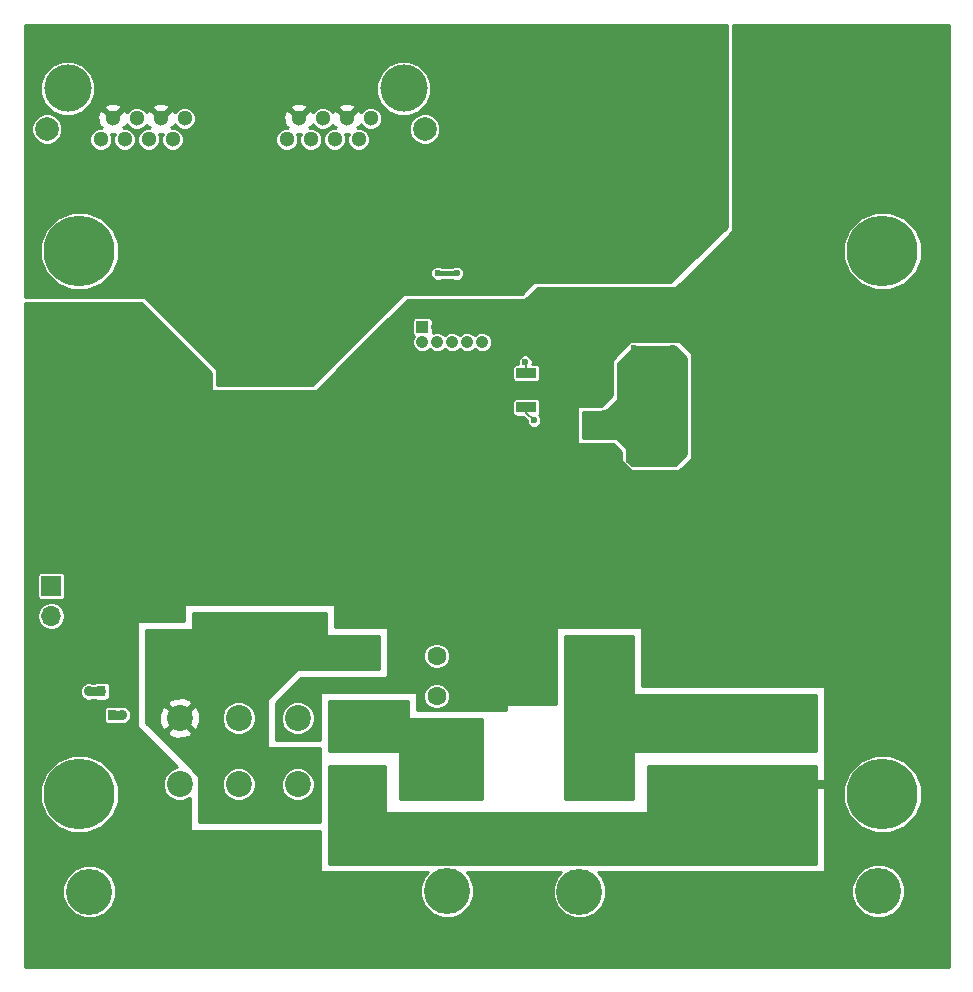
<source format=gtl>
G04 #@! TF.FileFunction,Copper,L1,Top,Signal*
%FSLAX46Y46*%
G04 Gerber Fmt 4.6, Leading zero omitted, Abs format (unit mm)*
G04 Created by KiCad (PCBNEW 4.0.7-e0-6372~58~ubuntu16.10.1) date Tue Oct  3 15:15:38 2017*
%MOMM*%
%LPD*%
G01*
G04 APERTURE LIST*
%ADD10C,0.150000*%
%ADD11R,1.050000X1.050000*%
%ADD12C,1.050000*%
%ADD13R,1.700000X0.900000*%
%ADD14C,6.000000*%
%ADD15C,1.300000*%
%ADD16C,4.000000*%
%ADD17C,2.000000*%
%ADD18C,1.600000*%
%ADD19R,1.700000X1.700000*%
%ADD20O,1.700000X1.700000*%
%ADD21C,2.200000*%
%ADD22C,3.900000*%
%ADD23R,0.800000X0.900000*%
%ADD24C,0.600000*%
%ADD25C,0.889000*%
%ADD26C,0.200000*%
%ADD27C,0.762000*%
%ADD28C,0.400000*%
%ADD29C,1.270000*%
%ADD30C,0.254000*%
G04 APERTURE END LIST*
D10*
D11*
X34050000Y-25950000D03*
D12*
X35320000Y-25950000D03*
X36590000Y-25950000D03*
X37860000Y-25950000D03*
X39130000Y-25950000D03*
X35320000Y-27220000D03*
X36590000Y-27220000D03*
X37860000Y-27220000D03*
X39130000Y-27220000D03*
X34050000Y-27220000D03*
D13*
X42850000Y-29850000D03*
X42850000Y-32750000D03*
D14*
X5000000Y-19500000D03*
X73000000Y-65500000D03*
X73000000Y-19500000D03*
X5000000Y-65500000D03*
D15*
X13925000Y-8290000D03*
X7835000Y-8290000D03*
X11895000Y-8290000D03*
X9865000Y-8290000D03*
X12905000Y-10070000D03*
X10875000Y-10070000D03*
X8845000Y-10070000D03*
X6815000Y-10070000D03*
D16*
X32475000Y-5750000D03*
D17*
X2250000Y-9180000D03*
D15*
X22565000Y-10070000D03*
X24595000Y-10070000D03*
X26625000Y-10070000D03*
X28655000Y-10070000D03*
X25615000Y-8290000D03*
X27645000Y-8290000D03*
X23585000Y-8290000D03*
X29675000Y-8290000D03*
D16*
X4025000Y-5750000D03*
D17*
X34250000Y-9180000D03*
D18*
X48735000Y-53800000D03*
X48735000Y-57200000D03*
X35265000Y-53800000D03*
X35265000Y-57200000D03*
X48735000Y-60800000D03*
X48735000Y-64200000D03*
X35265000Y-60800000D03*
X35265000Y-64200000D03*
D19*
X2625000Y-47875000D03*
D20*
X2625000Y-50415000D03*
D21*
X28500000Y-59050000D03*
X28500000Y-64650000D03*
X23500000Y-64650000D03*
X23500000Y-59050000D03*
X18500000Y-59050000D03*
X13500000Y-59050000D03*
X18500000Y-64650000D03*
D22*
X36150000Y-73700000D03*
D21*
X13500000Y-64650000D03*
D22*
X5850000Y-73750000D03*
D21*
X65000000Y-64650000D03*
X65000000Y-59050000D03*
X60000000Y-59050000D03*
X55000000Y-59050000D03*
X60000000Y-64650000D03*
D22*
X72650000Y-73700000D03*
D21*
X55000000Y-64650000D03*
D22*
X47350000Y-73750000D03*
D23*
X8750000Y-56800000D03*
X6850000Y-56800000D03*
X7800000Y-58800000D03*
D24*
X42750000Y-28900000D03*
D25*
X48500000Y-42750000D03*
X53200000Y-26075000D03*
X57500000Y-27800000D03*
X59500000Y-32300000D03*
X71000000Y-15900000D03*
X69600000Y-17300000D03*
X67200000Y-18900000D03*
X30100000Y-30000000D03*
X33250000Y-32000000D03*
X66500000Y-30000000D03*
X68750000Y-57250000D03*
X64000000Y-51900000D03*
X62000000Y-51900000D03*
X61700000Y-55400000D03*
X63700000Y-55300000D03*
X67900000Y-55600000D03*
X69700000Y-55000000D03*
X65600000Y-54500000D03*
X65600000Y-51900000D03*
X67500000Y-51800000D03*
X69600000Y-51700000D03*
X16700000Y-34200000D03*
X13800000Y-38700000D03*
X24200000Y-39200000D03*
X9100000Y-34800000D03*
X19700000Y-41200000D03*
X45250000Y-48700000D03*
X39200000Y-47600000D03*
X30600000Y-44700000D03*
X36300000Y-43600000D03*
X41200000Y-42800000D03*
X27700000Y-50600000D03*
X63750000Y-1250000D03*
X66250000Y-1250000D03*
X68500000Y-1500000D03*
X70250000Y-1000000D03*
X68750000Y-7750000D03*
X71250000Y-7000000D03*
X65750000Y-9750000D03*
X65750000Y-15250000D03*
X67000000Y-8000000D03*
X67250000Y-13750000D03*
X68750000Y-13750000D03*
X70250000Y-13750000D03*
X67250000Y-10750000D03*
X68750000Y-10750000D03*
X70250000Y-10750000D03*
X77600000Y-9200000D03*
D24*
X70200000Y-5400000D03*
X71400000Y-5400000D03*
X71400000Y-3200000D03*
X70200000Y-3200000D03*
D25*
X70800000Y-4200000D03*
D24*
X36400000Y-32730000D03*
X52750000Y-28750000D03*
D25*
X51000000Y-39250000D03*
X50300000Y-27650000D03*
X46125000Y-26850000D03*
X10775000Y-46125000D03*
X75500000Y-36750000D03*
X75500000Y-42000000D03*
X31950000Y-40850000D03*
X34350000Y-35200000D03*
D24*
X46000000Y-35750000D03*
X49250000Y-35250000D03*
X50500000Y-35250000D03*
X51500000Y-36250000D03*
X51500000Y-37250000D03*
X54750000Y-37500000D03*
X56250000Y-36500000D03*
X56250000Y-35000000D03*
X56250000Y-33250000D03*
X56250000Y-30750000D03*
X56250000Y-28750000D03*
X55250000Y-27750000D03*
X52000000Y-27750000D03*
X50750000Y-29250000D03*
X50750000Y-32250000D03*
X49500000Y-33250000D03*
D25*
X1275000Y-41525000D03*
X13225000Y-48375000D03*
X42050000Y-25850000D03*
X8650000Y-30950000D03*
X7375000Y-30950000D03*
X6350000Y-47050000D03*
X50500000Y-43475000D03*
X22100000Y-40000000D03*
X17350000Y-41900000D03*
X23500000Y-42050000D03*
X25725000Y-42125000D03*
X25350000Y-48000000D03*
X17850000Y-47950000D03*
X57000000Y-50500000D03*
X4225000Y-35975000D03*
X75750000Y-45750000D03*
X48650000Y-50150000D03*
X24750000Y-51000000D03*
X30000000Y-52750000D03*
X19750000Y-56250000D03*
X12050000Y-55700000D03*
X17500000Y-51100000D03*
D24*
X43500000Y-33850000D03*
D25*
X48250000Y-5250000D03*
X54750000Y-5250000D03*
X36750000Y-6000000D03*
X38250000Y-8250000D03*
X41750000Y-7664998D03*
X41750000Y-6250000D03*
X38250000Y-6000000D03*
X40000000Y-15000000D03*
X35500000Y-13750000D03*
X35500000Y-12250000D03*
X37500000Y-12000000D03*
X53250000Y-16500000D03*
X50250000Y-16000000D03*
X45500000Y-16500000D03*
X45500000Y-15000000D03*
X45500000Y-13500000D03*
X48750000Y-13500000D03*
X48750000Y-15000000D03*
X48750000Y-16500000D03*
D24*
X39750000Y-20000000D03*
D25*
X40250000Y-22000000D03*
X38750000Y-21500000D03*
X29750000Y-22750000D03*
X32750000Y-21750000D03*
X32250000Y-17000000D03*
X37250000Y-15250000D03*
X40100000Y-16900000D03*
D24*
X39750000Y-18000000D03*
D25*
X38500000Y-16800000D03*
D24*
X39000000Y-20000000D03*
X39000000Y-18000000D03*
D25*
X39350000Y-18975000D03*
X50250000Y-18000000D03*
X51800000Y-17150000D03*
X26750000Y-24275000D03*
X24250000Y-24925000D03*
X16300000Y-25150000D03*
X13400000Y-24000000D03*
X13400000Y-17400000D03*
X14600000Y-20700000D03*
X27850000Y-19050000D03*
X5800000Y-56800000D03*
D24*
X35350000Y-21400000D03*
X36950000Y-21400000D03*
D25*
X8600000Y-58800000D03*
D26*
X42850000Y-29850000D02*
X42850000Y-29000000D01*
X42850000Y-29000000D02*
X42750000Y-28900000D01*
D27*
X68800000Y-17300000D02*
X69600000Y-17300000D01*
X67200000Y-18900000D02*
X68800000Y-17300000D01*
X65000000Y-64650000D02*
X68650000Y-64650000D01*
X69000000Y-57500000D02*
X68750000Y-57250000D01*
X69000000Y-64300000D02*
X69000000Y-57500000D01*
X68650000Y-64650000D02*
X69000000Y-64300000D01*
X66250000Y-1250000D02*
X63750000Y-1250000D01*
X69750000Y-1500000D02*
X68500000Y-1500000D01*
X70250000Y-1000000D02*
X69750000Y-1500000D01*
X65750000Y-15250000D02*
X65750000Y-9750000D01*
X70250000Y-13750000D02*
X68750000Y-13750000D01*
X67250000Y-10750000D02*
X68750000Y-10750000D01*
X70400000Y-5400000D02*
X70200000Y-5400000D01*
X71200000Y-5600000D02*
X71400000Y-5400000D01*
X71200000Y-3200000D02*
X71400000Y-3200000D01*
D28*
X8500000Y-30950000D02*
X8650000Y-30950000D01*
X7375000Y-30950000D02*
X8500000Y-30950000D01*
X24900000Y-47550000D02*
X25350000Y-48000000D01*
X18250000Y-47550000D02*
X24900000Y-47550000D01*
X17850000Y-47950000D02*
X18250000Y-47550000D01*
D27*
X12050000Y-55700000D02*
X12000000Y-55750000D01*
D26*
X42850000Y-32750000D02*
X42850000Y-33200000D01*
X42850000Y-33200000D02*
X43500000Y-33850000D01*
D29*
X41750000Y-7664998D02*
X41750000Y-7750000D01*
D28*
X36500000Y-11000000D02*
X35500000Y-12250000D01*
X37500000Y-12000000D02*
X36500000Y-11000000D01*
D27*
X45500000Y-13500000D02*
X45500000Y-15000000D01*
X48750000Y-13500000D02*
X48750000Y-15000000D01*
X39750000Y-20000000D02*
X39750000Y-20500000D01*
X39750000Y-20500000D02*
X38750000Y-21500000D01*
X39750000Y-17250000D02*
X40100000Y-16900000D01*
X39750000Y-18000000D02*
X39750000Y-17250000D01*
X6850000Y-56800000D02*
X5800000Y-56800000D01*
D28*
X36950000Y-21400000D02*
X35350000Y-21400000D01*
D27*
X8600000Y-58800000D02*
X7800000Y-58800000D01*
D30*
G36*
X59873000Y-17446235D02*
X55048548Y-22123000D01*
X43500000Y-22123000D01*
X43450590Y-22133006D01*
X43410197Y-22160197D01*
X42447394Y-23123000D01*
X32500000Y-23123000D01*
X32450590Y-23133006D01*
X32410197Y-23160197D01*
X24697394Y-30873000D01*
X16627000Y-30873000D01*
X16627000Y-29500000D01*
X16616994Y-29450590D01*
X16589803Y-29410197D01*
X10589803Y-23410197D01*
X10547789Y-23382334D01*
X10500000Y-23373000D01*
X377000Y-23373000D01*
X377000Y-20158878D01*
X1672424Y-20158878D01*
X2177862Y-21382132D01*
X3112945Y-22318849D01*
X4335315Y-22826421D01*
X5658878Y-22827576D01*
X6882132Y-22322138D01*
X7681493Y-21524171D01*
X34722891Y-21524171D01*
X34818145Y-21754703D01*
X34994369Y-21931235D01*
X35224735Y-22026891D01*
X35474171Y-22027109D01*
X35704703Y-21931855D01*
X35709566Y-21927000D01*
X36590141Y-21927000D01*
X36594369Y-21931235D01*
X36824735Y-22026891D01*
X37074171Y-22027109D01*
X37304703Y-21931855D01*
X37481235Y-21755631D01*
X37576891Y-21525265D01*
X37577109Y-21275829D01*
X37481855Y-21045297D01*
X37305631Y-20868765D01*
X37075265Y-20773109D01*
X36825829Y-20772891D01*
X36595297Y-20868145D01*
X36590434Y-20873000D01*
X35709859Y-20873000D01*
X35705631Y-20868765D01*
X35475265Y-20773109D01*
X35225829Y-20772891D01*
X34995297Y-20868145D01*
X34818765Y-21044369D01*
X34723109Y-21274735D01*
X34722891Y-21524171D01*
X7681493Y-21524171D01*
X7818849Y-21387055D01*
X8326421Y-20164685D01*
X8327576Y-18841122D01*
X7822138Y-17617868D01*
X6887055Y-16681151D01*
X5664685Y-16173579D01*
X4341122Y-16172424D01*
X3117868Y-16677862D01*
X2181151Y-17612945D01*
X1673579Y-18835315D01*
X1672424Y-20158878D01*
X377000Y-20158878D01*
X377000Y-9442798D01*
X922771Y-9442798D01*
X1124369Y-9930703D01*
X1497334Y-10304319D01*
X1984885Y-10506769D01*
X2512798Y-10507229D01*
X3000703Y-10305631D01*
X3042922Y-10263485D01*
X5837830Y-10263485D01*
X5986256Y-10622703D01*
X6260851Y-10897778D01*
X6619810Y-11046830D01*
X7008485Y-11047170D01*
X7367703Y-10898744D01*
X7642778Y-10624149D01*
X7791830Y-10265190D01*
X7792170Y-9876515D01*
X7672364Y-9586564D01*
X7995629Y-9567853D01*
X7868170Y-9874810D01*
X7867830Y-10263485D01*
X8016256Y-10622703D01*
X8290851Y-10897778D01*
X8649810Y-11046830D01*
X9038485Y-11047170D01*
X9397703Y-10898744D01*
X9672778Y-10624149D01*
X9821830Y-10265190D01*
X9822170Y-9876515D01*
X9673744Y-9517297D01*
X9399149Y-9242222D01*
X9040190Y-9093170D01*
X8817583Y-9092975D01*
X8734018Y-9009410D01*
X8964611Y-8953729D01*
X9018338Y-8799337D01*
X9036256Y-8842703D01*
X9310851Y-9117778D01*
X9669810Y-9266830D01*
X10058485Y-9267170D01*
X10417703Y-9118744D01*
X10692778Y-8844149D01*
X10706405Y-8811330D01*
X10765389Y-8953729D01*
X10995982Y-9009410D01*
X10912360Y-9093032D01*
X10681515Y-9092830D01*
X10322297Y-9241256D01*
X10047222Y-9515851D01*
X9898170Y-9874810D01*
X9897830Y-10263485D01*
X10046256Y-10622703D01*
X10320851Y-10897778D01*
X10679810Y-11046830D01*
X11068485Y-11047170D01*
X11427703Y-10898744D01*
X11702778Y-10624149D01*
X11851830Y-10265190D01*
X11852170Y-9876515D01*
X11732364Y-9586564D01*
X12055629Y-9567853D01*
X11928170Y-9874810D01*
X11927830Y-10263485D01*
X12076256Y-10622703D01*
X12350851Y-10897778D01*
X12709810Y-11046830D01*
X13098485Y-11047170D01*
X13457703Y-10898744D01*
X13732778Y-10624149D01*
X13881830Y-10265190D01*
X13881831Y-10263485D01*
X21587830Y-10263485D01*
X21736256Y-10622703D01*
X22010851Y-10897778D01*
X22369810Y-11046830D01*
X22758485Y-11047170D01*
X23117703Y-10898744D01*
X23392778Y-10624149D01*
X23541830Y-10265190D01*
X23542170Y-9876515D01*
X23422364Y-9586564D01*
X23745629Y-9567853D01*
X23618170Y-9874810D01*
X23617830Y-10263485D01*
X23766256Y-10622703D01*
X24040851Y-10897778D01*
X24399810Y-11046830D01*
X24788485Y-11047170D01*
X25147703Y-10898744D01*
X25422778Y-10624149D01*
X25571830Y-10265190D01*
X25572170Y-9876515D01*
X25423744Y-9517297D01*
X25149149Y-9242222D01*
X24790190Y-9093170D01*
X24567583Y-9092975D01*
X24484018Y-9009410D01*
X24714611Y-8953729D01*
X24768338Y-8799337D01*
X24786256Y-8842703D01*
X25060851Y-9117778D01*
X25419810Y-9266830D01*
X25808485Y-9267170D01*
X26167703Y-9118744D01*
X26442778Y-8844149D01*
X26456405Y-8811330D01*
X26515389Y-8953729D01*
X26745982Y-9009410D01*
X26662360Y-9093032D01*
X26431515Y-9092830D01*
X26072297Y-9241256D01*
X25797222Y-9515851D01*
X25648170Y-9874810D01*
X25647830Y-10263485D01*
X25796256Y-10622703D01*
X26070851Y-10897778D01*
X26429810Y-11046830D01*
X26818485Y-11047170D01*
X27177703Y-10898744D01*
X27452778Y-10624149D01*
X27601830Y-10265190D01*
X27602170Y-9876515D01*
X27482364Y-9586564D01*
X27805629Y-9567853D01*
X27678170Y-9874810D01*
X27677830Y-10263485D01*
X27826256Y-10622703D01*
X28100851Y-10897778D01*
X28459810Y-11046830D01*
X28848485Y-11047170D01*
X29207703Y-10898744D01*
X29482778Y-10624149D01*
X29631830Y-10265190D01*
X29632170Y-9876515D01*
X29483744Y-9517297D01*
X29409375Y-9442798D01*
X32922771Y-9442798D01*
X33124369Y-9930703D01*
X33497334Y-10304319D01*
X33984885Y-10506769D01*
X34512798Y-10507229D01*
X35000703Y-10305631D01*
X35374319Y-9932666D01*
X35576769Y-9445115D01*
X35577229Y-8917202D01*
X35375631Y-8429297D01*
X35002666Y-8055681D01*
X34515115Y-7853231D01*
X33987202Y-7852771D01*
X33499297Y-8054369D01*
X33125681Y-8427334D01*
X32923231Y-8914885D01*
X32922771Y-9442798D01*
X29409375Y-9442798D01*
X29209149Y-9242222D01*
X28850190Y-9093170D01*
X28627583Y-9092975D01*
X28544018Y-9009410D01*
X28774611Y-8953729D01*
X28828338Y-8799337D01*
X28846256Y-8842703D01*
X29120851Y-9117778D01*
X29479810Y-9266830D01*
X29868485Y-9267170D01*
X30227703Y-9118744D01*
X30502778Y-8844149D01*
X30651830Y-8485190D01*
X30652170Y-8096515D01*
X30503744Y-7737297D01*
X30229149Y-7462222D01*
X29870190Y-7313170D01*
X29481515Y-7312830D01*
X29122297Y-7461256D01*
X28847222Y-7735851D01*
X28833595Y-7768670D01*
X28774611Y-7626271D01*
X28544016Y-7570590D01*
X27824605Y-8290000D01*
X27838748Y-8304142D01*
X27659142Y-8483748D01*
X27645000Y-8469605D01*
X27630858Y-8483748D01*
X27451252Y-8304142D01*
X27465395Y-8290000D01*
X26745984Y-7570590D01*
X26515389Y-7626271D01*
X26461662Y-7780663D01*
X26443744Y-7737297D01*
X26169149Y-7462222D01*
X25997588Y-7390984D01*
X26925590Y-7390984D01*
X27645000Y-8110395D01*
X28364410Y-7390984D01*
X28308729Y-7160389D01*
X27825922Y-6992378D01*
X27315572Y-7021917D01*
X26981271Y-7160389D01*
X26925590Y-7390984D01*
X25997588Y-7390984D01*
X25810190Y-7313170D01*
X25421515Y-7312830D01*
X25062297Y-7461256D01*
X24787222Y-7735851D01*
X24773595Y-7768670D01*
X24714611Y-7626271D01*
X24484016Y-7570590D01*
X23764605Y-8290000D01*
X23778748Y-8304142D01*
X23599142Y-8483748D01*
X23585000Y-8469605D01*
X23570858Y-8483748D01*
X23391252Y-8304142D01*
X23405395Y-8290000D01*
X22685984Y-7570590D01*
X22455389Y-7626271D01*
X22287378Y-8109078D01*
X22316917Y-8619428D01*
X22455389Y-8953729D01*
X22685982Y-9009410D01*
X22602360Y-9093032D01*
X22371515Y-9092830D01*
X22012297Y-9241256D01*
X21737222Y-9515851D01*
X21588170Y-9874810D01*
X21587830Y-10263485D01*
X13881831Y-10263485D01*
X13882170Y-9876515D01*
X13733744Y-9517297D01*
X13459149Y-9242222D01*
X13100190Y-9093170D01*
X12877583Y-9092975D01*
X12794018Y-9009410D01*
X13024611Y-8953729D01*
X13078338Y-8799337D01*
X13096256Y-8842703D01*
X13370851Y-9117778D01*
X13729810Y-9266830D01*
X14118485Y-9267170D01*
X14477703Y-9118744D01*
X14752778Y-8844149D01*
X14901830Y-8485190D01*
X14902170Y-8096515D01*
X14753744Y-7737297D01*
X14479149Y-7462222D01*
X14307588Y-7390984D01*
X22865590Y-7390984D01*
X23585000Y-8110395D01*
X24304410Y-7390984D01*
X24248729Y-7160389D01*
X23765922Y-6992378D01*
X23255572Y-7021917D01*
X22921271Y-7160389D01*
X22865590Y-7390984D01*
X14307588Y-7390984D01*
X14120190Y-7313170D01*
X13731515Y-7312830D01*
X13372297Y-7461256D01*
X13097222Y-7735851D01*
X13083595Y-7768670D01*
X13024611Y-7626271D01*
X12794016Y-7570590D01*
X12074605Y-8290000D01*
X12088748Y-8304142D01*
X11909142Y-8483748D01*
X11895000Y-8469605D01*
X11880858Y-8483748D01*
X11701252Y-8304142D01*
X11715395Y-8290000D01*
X10995984Y-7570590D01*
X10765389Y-7626271D01*
X10711662Y-7780663D01*
X10693744Y-7737297D01*
X10419149Y-7462222D01*
X10247588Y-7390984D01*
X11175590Y-7390984D01*
X11895000Y-8110395D01*
X12614410Y-7390984D01*
X12558729Y-7160389D01*
X12075922Y-6992378D01*
X11565572Y-7021917D01*
X11231271Y-7160389D01*
X11175590Y-7390984D01*
X10247588Y-7390984D01*
X10060190Y-7313170D01*
X9671515Y-7312830D01*
X9312297Y-7461256D01*
X9037222Y-7735851D01*
X9023595Y-7768670D01*
X8964611Y-7626271D01*
X8734016Y-7570590D01*
X8014605Y-8290000D01*
X8028748Y-8304142D01*
X7849142Y-8483748D01*
X7835000Y-8469605D01*
X7820858Y-8483748D01*
X7641252Y-8304142D01*
X7655395Y-8290000D01*
X6935984Y-7570590D01*
X6705389Y-7626271D01*
X6537378Y-8109078D01*
X6566917Y-8619428D01*
X6705389Y-8953729D01*
X6935982Y-9009410D01*
X6852360Y-9093032D01*
X6621515Y-9092830D01*
X6262297Y-9241256D01*
X5987222Y-9515851D01*
X5838170Y-9874810D01*
X5837830Y-10263485D01*
X3042922Y-10263485D01*
X3374319Y-9932666D01*
X3576769Y-9445115D01*
X3577229Y-8917202D01*
X3375631Y-8429297D01*
X3002666Y-8055681D01*
X2515115Y-7853231D01*
X1987202Y-7852771D01*
X1499297Y-8054369D01*
X1125681Y-8427334D01*
X923231Y-8914885D01*
X922771Y-9442798D01*
X377000Y-9442798D01*
X377000Y-6210838D01*
X1697597Y-6210838D01*
X2051115Y-7066418D01*
X2705139Y-7721585D01*
X3560100Y-8076596D01*
X4485838Y-8077403D01*
X5341418Y-7723885D01*
X5674900Y-7390984D01*
X7115590Y-7390984D01*
X7835000Y-8110395D01*
X8554410Y-7390984D01*
X8498729Y-7160389D01*
X8015922Y-6992378D01*
X7505572Y-7021917D01*
X7171271Y-7160389D01*
X7115590Y-7390984D01*
X5674900Y-7390984D01*
X5996585Y-7069861D01*
X6351596Y-6214900D01*
X6351599Y-6210838D01*
X30147597Y-6210838D01*
X30501115Y-7066418D01*
X31155139Y-7721585D01*
X32010100Y-8076596D01*
X32935838Y-8077403D01*
X33791418Y-7723885D01*
X34446585Y-7069861D01*
X34801596Y-6214900D01*
X34802403Y-5289162D01*
X34448885Y-4433582D01*
X33794861Y-3778415D01*
X32939900Y-3423404D01*
X32014162Y-3422597D01*
X31158582Y-3776115D01*
X30503415Y-4430139D01*
X30148404Y-5285100D01*
X30147597Y-6210838D01*
X6351599Y-6210838D01*
X6352403Y-5289162D01*
X5998885Y-4433582D01*
X5344861Y-3778415D01*
X4489900Y-3423404D01*
X3564162Y-3422597D01*
X2708582Y-3776115D01*
X2053415Y-4430139D01*
X1698404Y-5285100D01*
X1697597Y-6210838D01*
X377000Y-6210838D01*
X377000Y-377000D01*
X59873000Y-377000D01*
X59873000Y-17446235D01*
X59873000Y-17446235D01*
G37*
X59873000Y-17446235D02*
X55048548Y-22123000D01*
X43500000Y-22123000D01*
X43450590Y-22133006D01*
X43410197Y-22160197D01*
X42447394Y-23123000D01*
X32500000Y-23123000D01*
X32450590Y-23133006D01*
X32410197Y-23160197D01*
X24697394Y-30873000D01*
X16627000Y-30873000D01*
X16627000Y-29500000D01*
X16616994Y-29450590D01*
X16589803Y-29410197D01*
X10589803Y-23410197D01*
X10547789Y-23382334D01*
X10500000Y-23373000D01*
X377000Y-23373000D01*
X377000Y-20158878D01*
X1672424Y-20158878D01*
X2177862Y-21382132D01*
X3112945Y-22318849D01*
X4335315Y-22826421D01*
X5658878Y-22827576D01*
X6882132Y-22322138D01*
X7681493Y-21524171D01*
X34722891Y-21524171D01*
X34818145Y-21754703D01*
X34994369Y-21931235D01*
X35224735Y-22026891D01*
X35474171Y-22027109D01*
X35704703Y-21931855D01*
X35709566Y-21927000D01*
X36590141Y-21927000D01*
X36594369Y-21931235D01*
X36824735Y-22026891D01*
X37074171Y-22027109D01*
X37304703Y-21931855D01*
X37481235Y-21755631D01*
X37576891Y-21525265D01*
X37577109Y-21275829D01*
X37481855Y-21045297D01*
X37305631Y-20868765D01*
X37075265Y-20773109D01*
X36825829Y-20772891D01*
X36595297Y-20868145D01*
X36590434Y-20873000D01*
X35709859Y-20873000D01*
X35705631Y-20868765D01*
X35475265Y-20773109D01*
X35225829Y-20772891D01*
X34995297Y-20868145D01*
X34818765Y-21044369D01*
X34723109Y-21274735D01*
X34722891Y-21524171D01*
X7681493Y-21524171D01*
X7818849Y-21387055D01*
X8326421Y-20164685D01*
X8327576Y-18841122D01*
X7822138Y-17617868D01*
X6887055Y-16681151D01*
X5664685Y-16173579D01*
X4341122Y-16172424D01*
X3117868Y-16677862D01*
X2181151Y-17612945D01*
X1673579Y-18835315D01*
X1672424Y-20158878D01*
X377000Y-20158878D01*
X377000Y-9442798D01*
X922771Y-9442798D01*
X1124369Y-9930703D01*
X1497334Y-10304319D01*
X1984885Y-10506769D01*
X2512798Y-10507229D01*
X3000703Y-10305631D01*
X3042922Y-10263485D01*
X5837830Y-10263485D01*
X5986256Y-10622703D01*
X6260851Y-10897778D01*
X6619810Y-11046830D01*
X7008485Y-11047170D01*
X7367703Y-10898744D01*
X7642778Y-10624149D01*
X7791830Y-10265190D01*
X7792170Y-9876515D01*
X7672364Y-9586564D01*
X7995629Y-9567853D01*
X7868170Y-9874810D01*
X7867830Y-10263485D01*
X8016256Y-10622703D01*
X8290851Y-10897778D01*
X8649810Y-11046830D01*
X9038485Y-11047170D01*
X9397703Y-10898744D01*
X9672778Y-10624149D01*
X9821830Y-10265190D01*
X9822170Y-9876515D01*
X9673744Y-9517297D01*
X9399149Y-9242222D01*
X9040190Y-9093170D01*
X8817583Y-9092975D01*
X8734018Y-9009410D01*
X8964611Y-8953729D01*
X9018338Y-8799337D01*
X9036256Y-8842703D01*
X9310851Y-9117778D01*
X9669810Y-9266830D01*
X10058485Y-9267170D01*
X10417703Y-9118744D01*
X10692778Y-8844149D01*
X10706405Y-8811330D01*
X10765389Y-8953729D01*
X10995982Y-9009410D01*
X10912360Y-9093032D01*
X10681515Y-9092830D01*
X10322297Y-9241256D01*
X10047222Y-9515851D01*
X9898170Y-9874810D01*
X9897830Y-10263485D01*
X10046256Y-10622703D01*
X10320851Y-10897778D01*
X10679810Y-11046830D01*
X11068485Y-11047170D01*
X11427703Y-10898744D01*
X11702778Y-10624149D01*
X11851830Y-10265190D01*
X11852170Y-9876515D01*
X11732364Y-9586564D01*
X12055629Y-9567853D01*
X11928170Y-9874810D01*
X11927830Y-10263485D01*
X12076256Y-10622703D01*
X12350851Y-10897778D01*
X12709810Y-11046830D01*
X13098485Y-11047170D01*
X13457703Y-10898744D01*
X13732778Y-10624149D01*
X13881830Y-10265190D01*
X13881831Y-10263485D01*
X21587830Y-10263485D01*
X21736256Y-10622703D01*
X22010851Y-10897778D01*
X22369810Y-11046830D01*
X22758485Y-11047170D01*
X23117703Y-10898744D01*
X23392778Y-10624149D01*
X23541830Y-10265190D01*
X23542170Y-9876515D01*
X23422364Y-9586564D01*
X23745629Y-9567853D01*
X23618170Y-9874810D01*
X23617830Y-10263485D01*
X23766256Y-10622703D01*
X24040851Y-10897778D01*
X24399810Y-11046830D01*
X24788485Y-11047170D01*
X25147703Y-10898744D01*
X25422778Y-10624149D01*
X25571830Y-10265190D01*
X25572170Y-9876515D01*
X25423744Y-9517297D01*
X25149149Y-9242222D01*
X24790190Y-9093170D01*
X24567583Y-9092975D01*
X24484018Y-9009410D01*
X24714611Y-8953729D01*
X24768338Y-8799337D01*
X24786256Y-8842703D01*
X25060851Y-9117778D01*
X25419810Y-9266830D01*
X25808485Y-9267170D01*
X26167703Y-9118744D01*
X26442778Y-8844149D01*
X26456405Y-8811330D01*
X26515389Y-8953729D01*
X26745982Y-9009410D01*
X26662360Y-9093032D01*
X26431515Y-9092830D01*
X26072297Y-9241256D01*
X25797222Y-9515851D01*
X25648170Y-9874810D01*
X25647830Y-10263485D01*
X25796256Y-10622703D01*
X26070851Y-10897778D01*
X26429810Y-11046830D01*
X26818485Y-11047170D01*
X27177703Y-10898744D01*
X27452778Y-10624149D01*
X27601830Y-10265190D01*
X27602170Y-9876515D01*
X27482364Y-9586564D01*
X27805629Y-9567853D01*
X27678170Y-9874810D01*
X27677830Y-10263485D01*
X27826256Y-10622703D01*
X28100851Y-10897778D01*
X28459810Y-11046830D01*
X28848485Y-11047170D01*
X29207703Y-10898744D01*
X29482778Y-10624149D01*
X29631830Y-10265190D01*
X29632170Y-9876515D01*
X29483744Y-9517297D01*
X29409375Y-9442798D01*
X32922771Y-9442798D01*
X33124369Y-9930703D01*
X33497334Y-10304319D01*
X33984885Y-10506769D01*
X34512798Y-10507229D01*
X35000703Y-10305631D01*
X35374319Y-9932666D01*
X35576769Y-9445115D01*
X35577229Y-8917202D01*
X35375631Y-8429297D01*
X35002666Y-8055681D01*
X34515115Y-7853231D01*
X33987202Y-7852771D01*
X33499297Y-8054369D01*
X33125681Y-8427334D01*
X32923231Y-8914885D01*
X32922771Y-9442798D01*
X29409375Y-9442798D01*
X29209149Y-9242222D01*
X28850190Y-9093170D01*
X28627583Y-9092975D01*
X28544018Y-9009410D01*
X28774611Y-8953729D01*
X28828338Y-8799337D01*
X28846256Y-8842703D01*
X29120851Y-9117778D01*
X29479810Y-9266830D01*
X29868485Y-9267170D01*
X30227703Y-9118744D01*
X30502778Y-8844149D01*
X30651830Y-8485190D01*
X30652170Y-8096515D01*
X30503744Y-7737297D01*
X30229149Y-7462222D01*
X29870190Y-7313170D01*
X29481515Y-7312830D01*
X29122297Y-7461256D01*
X28847222Y-7735851D01*
X28833595Y-7768670D01*
X28774611Y-7626271D01*
X28544016Y-7570590D01*
X27824605Y-8290000D01*
X27838748Y-8304142D01*
X27659142Y-8483748D01*
X27645000Y-8469605D01*
X27630858Y-8483748D01*
X27451252Y-8304142D01*
X27465395Y-8290000D01*
X26745984Y-7570590D01*
X26515389Y-7626271D01*
X26461662Y-7780663D01*
X26443744Y-7737297D01*
X26169149Y-7462222D01*
X25997588Y-7390984D01*
X26925590Y-7390984D01*
X27645000Y-8110395D01*
X28364410Y-7390984D01*
X28308729Y-7160389D01*
X27825922Y-6992378D01*
X27315572Y-7021917D01*
X26981271Y-7160389D01*
X26925590Y-7390984D01*
X25997588Y-7390984D01*
X25810190Y-7313170D01*
X25421515Y-7312830D01*
X25062297Y-7461256D01*
X24787222Y-7735851D01*
X24773595Y-7768670D01*
X24714611Y-7626271D01*
X24484016Y-7570590D01*
X23764605Y-8290000D01*
X23778748Y-8304142D01*
X23599142Y-8483748D01*
X23585000Y-8469605D01*
X23570858Y-8483748D01*
X23391252Y-8304142D01*
X23405395Y-8290000D01*
X22685984Y-7570590D01*
X22455389Y-7626271D01*
X22287378Y-8109078D01*
X22316917Y-8619428D01*
X22455389Y-8953729D01*
X22685982Y-9009410D01*
X22602360Y-9093032D01*
X22371515Y-9092830D01*
X22012297Y-9241256D01*
X21737222Y-9515851D01*
X21588170Y-9874810D01*
X21587830Y-10263485D01*
X13881831Y-10263485D01*
X13882170Y-9876515D01*
X13733744Y-9517297D01*
X13459149Y-9242222D01*
X13100190Y-9093170D01*
X12877583Y-9092975D01*
X12794018Y-9009410D01*
X13024611Y-8953729D01*
X13078338Y-8799337D01*
X13096256Y-8842703D01*
X13370851Y-9117778D01*
X13729810Y-9266830D01*
X14118485Y-9267170D01*
X14477703Y-9118744D01*
X14752778Y-8844149D01*
X14901830Y-8485190D01*
X14902170Y-8096515D01*
X14753744Y-7737297D01*
X14479149Y-7462222D01*
X14307588Y-7390984D01*
X22865590Y-7390984D01*
X23585000Y-8110395D01*
X24304410Y-7390984D01*
X24248729Y-7160389D01*
X23765922Y-6992378D01*
X23255572Y-7021917D01*
X22921271Y-7160389D01*
X22865590Y-7390984D01*
X14307588Y-7390984D01*
X14120190Y-7313170D01*
X13731515Y-7312830D01*
X13372297Y-7461256D01*
X13097222Y-7735851D01*
X13083595Y-7768670D01*
X13024611Y-7626271D01*
X12794016Y-7570590D01*
X12074605Y-8290000D01*
X12088748Y-8304142D01*
X11909142Y-8483748D01*
X11895000Y-8469605D01*
X11880858Y-8483748D01*
X11701252Y-8304142D01*
X11715395Y-8290000D01*
X10995984Y-7570590D01*
X10765389Y-7626271D01*
X10711662Y-7780663D01*
X10693744Y-7737297D01*
X10419149Y-7462222D01*
X10247588Y-7390984D01*
X11175590Y-7390984D01*
X11895000Y-8110395D01*
X12614410Y-7390984D01*
X12558729Y-7160389D01*
X12075922Y-6992378D01*
X11565572Y-7021917D01*
X11231271Y-7160389D01*
X11175590Y-7390984D01*
X10247588Y-7390984D01*
X10060190Y-7313170D01*
X9671515Y-7312830D01*
X9312297Y-7461256D01*
X9037222Y-7735851D01*
X9023595Y-7768670D01*
X8964611Y-7626271D01*
X8734016Y-7570590D01*
X8014605Y-8290000D01*
X8028748Y-8304142D01*
X7849142Y-8483748D01*
X7835000Y-8469605D01*
X7820858Y-8483748D01*
X7641252Y-8304142D01*
X7655395Y-8290000D01*
X6935984Y-7570590D01*
X6705389Y-7626271D01*
X6537378Y-8109078D01*
X6566917Y-8619428D01*
X6705389Y-8953729D01*
X6935982Y-9009410D01*
X6852360Y-9093032D01*
X6621515Y-9092830D01*
X6262297Y-9241256D01*
X5987222Y-9515851D01*
X5838170Y-9874810D01*
X5837830Y-10263485D01*
X3042922Y-10263485D01*
X3374319Y-9932666D01*
X3576769Y-9445115D01*
X3577229Y-8917202D01*
X3375631Y-8429297D01*
X3002666Y-8055681D01*
X2515115Y-7853231D01*
X1987202Y-7852771D01*
X1499297Y-8054369D01*
X1125681Y-8427334D01*
X923231Y-8914885D01*
X922771Y-9442798D01*
X377000Y-9442798D01*
X377000Y-6210838D01*
X1697597Y-6210838D01*
X2051115Y-7066418D01*
X2705139Y-7721585D01*
X3560100Y-8076596D01*
X4485838Y-8077403D01*
X5341418Y-7723885D01*
X5674900Y-7390984D01*
X7115590Y-7390984D01*
X7835000Y-8110395D01*
X8554410Y-7390984D01*
X8498729Y-7160389D01*
X8015922Y-6992378D01*
X7505572Y-7021917D01*
X7171271Y-7160389D01*
X7115590Y-7390984D01*
X5674900Y-7390984D01*
X5996585Y-7069861D01*
X6351596Y-6214900D01*
X6351599Y-6210838D01*
X30147597Y-6210838D01*
X30501115Y-7066418D01*
X31155139Y-7721585D01*
X32010100Y-8076596D01*
X32935838Y-8077403D01*
X33791418Y-7723885D01*
X34446585Y-7069861D01*
X34801596Y-6214900D01*
X34802403Y-5289162D01*
X34448885Y-4433582D01*
X33794861Y-3778415D01*
X32939900Y-3423404D01*
X32014162Y-3422597D01*
X31158582Y-3776115D01*
X30503415Y-4430139D01*
X30148404Y-5285100D01*
X30147597Y-6210838D01*
X6351599Y-6210838D01*
X6352403Y-5289162D01*
X5998885Y-4433582D01*
X5344861Y-3778415D01*
X4489900Y-3423404D01*
X3564162Y-3422597D01*
X2708582Y-3776115D01*
X2053415Y-4430139D01*
X1698404Y-5285100D01*
X1697597Y-6210838D01*
X377000Y-6210838D01*
X377000Y-377000D01*
X59873000Y-377000D01*
X59873000Y-17446235D01*
G36*
X56373000Y-28552606D02*
X56373000Y-36697394D01*
X55447394Y-37623000D01*
X51802606Y-37623000D01*
X51377000Y-37197394D01*
X51377000Y-36250000D01*
X51366994Y-36200590D01*
X51339803Y-36160197D01*
X50589803Y-35410197D01*
X50547789Y-35382334D01*
X50500000Y-35373000D01*
X47627000Y-35373000D01*
X47627000Y-33127000D01*
X49500000Y-33127000D01*
X49549410Y-33116994D01*
X49589803Y-33089803D01*
X50589803Y-32089803D01*
X50617666Y-32047789D01*
X50627000Y-32000000D01*
X50627000Y-29052606D01*
X52052606Y-27627000D01*
X55447394Y-27627000D01*
X56373000Y-28552606D01*
X56373000Y-28552606D01*
G37*
X56373000Y-28552606D02*
X56373000Y-36697394D01*
X55447394Y-37623000D01*
X51802606Y-37623000D01*
X51377000Y-37197394D01*
X51377000Y-36250000D01*
X51366994Y-36200590D01*
X51339803Y-36160197D01*
X50589803Y-35410197D01*
X50547789Y-35382334D01*
X50500000Y-35373000D01*
X47627000Y-35373000D01*
X47627000Y-33127000D01*
X49500000Y-33127000D01*
X49549410Y-33116994D01*
X49589803Y-33089803D01*
X50589803Y-32089803D01*
X50617666Y-32047789D01*
X50627000Y-32000000D01*
X50627000Y-29052606D01*
X52052606Y-27627000D01*
X55447394Y-27627000D01*
X56373000Y-28552606D01*
G36*
X78623000Y-80123000D02*
X377000Y-80123000D01*
X377000Y-74200936D01*
X3572606Y-74200936D01*
X3918528Y-75038132D01*
X4558499Y-75679221D01*
X5395090Y-76026604D01*
X6300936Y-76027394D01*
X7138132Y-75681472D01*
X7779221Y-75041501D01*
X8126604Y-74204910D01*
X8127394Y-73299064D01*
X7781472Y-72461868D01*
X7141501Y-71820779D01*
X6304910Y-71473396D01*
X5399064Y-71472606D01*
X4561868Y-71818528D01*
X3920779Y-72458499D01*
X3573396Y-73295090D01*
X3572606Y-74200936D01*
X377000Y-74200936D01*
X377000Y-66158878D01*
X1672424Y-66158878D01*
X2177862Y-67382132D01*
X3112945Y-68318849D01*
X4335315Y-68826421D01*
X5658878Y-68827576D01*
X6882132Y-68322138D01*
X7818849Y-67387055D01*
X8326421Y-66164685D01*
X8327576Y-64841122D01*
X7822138Y-63617868D01*
X6887055Y-62681151D01*
X5664685Y-62173579D01*
X4341122Y-62172424D01*
X3117868Y-62677862D01*
X2181151Y-63612945D01*
X1673579Y-64835315D01*
X1672424Y-66158878D01*
X377000Y-66158878D01*
X377000Y-58350000D01*
X7066594Y-58350000D01*
X7066594Y-59250000D01*
X7089395Y-59371179D01*
X7161012Y-59482474D01*
X7270286Y-59557138D01*
X7400000Y-59583406D01*
X8200000Y-59583406D01*
X8321179Y-59560605D01*
X8359918Y-59535677D01*
X8445866Y-59571366D01*
X8752788Y-59571634D01*
X9036449Y-59454428D01*
X9253665Y-59237590D01*
X9371366Y-58954134D01*
X9371634Y-58647212D01*
X9254428Y-58363551D01*
X9037590Y-58146335D01*
X8754134Y-58028634D01*
X8447212Y-58028366D01*
X8360771Y-58064083D01*
X8329714Y-58042862D01*
X8200000Y-58016594D01*
X7400000Y-58016594D01*
X7278821Y-58039395D01*
X7167526Y-58111012D01*
X7092862Y-58220286D01*
X7066594Y-58350000D01*
X377000Y-58350000D01*
X377000Y-56952788D01*
X5028366Y-56952788D01*
X5145572Y-57236449D01*
X5362410Y-57453665D01*
X5645866Y-57571366D01*
X5952788Y-57571634D01*
X6106794Y-57508000D01*
X6248370Y-57508000D01*
X6320286Y-57557138D01*
X6450000Y-57583406D01*
X7250000Y-57583406D01*
X7371179Y-57560605D01*
X7482474Y-57488988D01*
X7557138Y-57379714D01*
X7583406Y-57250000D01*
X7583406Y-56350000D01*
X7560605Y-56228821D01*
X7488988Y-56117526D01*
X7379714Y-56042862D01*
X7250000Y-56016594D01*
X6450000Y-56016594D01*
X6328821Y-56039395D01*
X6247071Y-56092000D01*
X6106737Y-56092000D01*
X5954134Y-56028634D01*
X5647212Y-56028366D01*
X5363551Y-56145572D01*
X5146335Y-56362410D01*
X5028634Y-56645866D01*
X5028366Y-56952788D01*
X377000Y-56952788D01*
X377000Y-50415000D01*
X1424941Y-50415000D01*
X1514535Y-50865418D01*
X1769676Y-51247265D01*
X2151523Y-51502406D01*
X2601941Y-51592000D01*
X2648059Y-51592000D01*
X3098477Y-51502406D01*
X3480324Y-51247265D01*
X3645540Y-51000000D01*
X9873000Y-51000000D01*
X9873000Y-59750000D01*
X9883006Y-59799410D01*
X9910197Y-59839803D01*
X13293212Y-63222818D01*
X13217397Y-63222752D01*
X12692725Y-63439543D01*
X12290953Y-63840614D01*
X12073248Y-64364907D01*
X12072752Y-64932603D01*
X12289543Y-65457275D01*
X12690614Y-65859047D01*
X13214907Y-66076752D01*
X13782603Y-66077248D01*
X14307275Y-65860457D01*
X14373000Y-65794847D01*
X14373000Y-68500000D01*
X14383006Y-68549410D01*
X14411447Y-68591035D01*
X14453841Y-68618315D01*
X14500000Y-68627000D01*
X25373000Y-68627000D01*
X25373000Y-72000000D01*
X25383006Y-72049410D01*
X25411447Y-72091035D01*
X25453841Y-72118315D01*
X25500000Y-72127000D01*
X34502770Y-72127000D01*
X34220779Y-72408499D01*
X33873396Y-73245090D01*
X33872606Y-74150936D01*
X34218528Y-74988132D01*
X34858499Y-75629221D01*
X35695090Y-75976604D01*
X36600936Y-75977394D01*
X37438132Y-75631472D01*
X38079221Y-74991501D01*
X38426604Y-74154910D01*
X38427394Y-73249064D01*
X38081472Y-72411868D01*
X37797101Y-72127000D01*
X45752857Y-72127000D01*
X45420779Y-72458499D01*
X45073396Y-73295090D01*
X45072606Y-74200936D01*
X45418528Y-75038132D01*
X46058499Y-75679221D01*
X46895090Y-76026604D01*
X47800936Y-76027394D01*
X48638132Y-75681472D01*
X49279221Y-75041501D01*
X49626604Y-74204910D01*
X49626651Y-74150936D01*
X70372606Y-74150936D01*
X70718528Y-74988132D01*
X71358499Y-75629221D01*
X72195090Y-75976604D01*
X73100936Y-75977394D01*
X73938132Y-75631472D01*
X74579221Y-74991501D01*
X74926604Y-74154910D01*
X74927394Y-73249064D01*
X74581472Y-72411868D01*
X73941501Y-71770779D01*
X73104910Y-71423396D01*
X72199064Y-71422606D01*
X71361868Y-71768528D01*
X70720779Y-72408499D01*
X70373396Y-73245090D01*
X70372606Y-74150936D01*
X49626651Y-74150936D01*
X49627394Y-73299064D01*
X49281472Y-72461868D01*
X48947188Y-72127000D01*
X68000000Y-72127000D01*
X68049410Y-72116994D01*
X68091035Y-72088553D01*
X68118315Y-72046159D01*
X68127000Y-72000000D01*
X68127000Y-66158878D01*
X69672424Y-66158878D01*
X70177862Y-67382132D01*
X71112945Y-68318849D01*
X72335315Y-68826421D01*
X73658878Y-68827576D01*
X74882132Y-68322138D01*
X75818849Y-67387055D01*
X76326421Y-66164685D01*
X76327576Y-64841122D01*
X75822138Y-63617868D01*
X74887055Y-62681151D01*
X73664685Y-62173579D01*
X72341122Y-62172424D01*
X71117868Y-62677862D01*
X70181151Y-63612945D01*
X69673579Y-64835315D01*
X69672424Y-66158878D01*
X68127000Y-66158878D01*
X68127000Y-56500000D01*
X68116994Y-56450590D01*
X68088553Y-56408965D01*
X68046159Y-56381685D01*
X68000000Y-56373000D01*
X52627000Y-56373000D01*
X52627000Y-51500000D01*
X52616994Y-51450590D01*
X52588553Y-51408965D01*
X52546159Y-51381685D01*
X52500000Y-51373000D01*
X45500000Y-51373000D01*
X45450590Y-51383006D01*
X45408965Y-51411447D01*
X45381685Y-51453841D01*
X45373000Y-51500000D01*
X45373000Y-57873000D01*
X41250000Y-57873000D01*
X41200590Y-57883006D01*
X41158965Y-57911447D01*
X41131685Y-57953841D01*
X41123000Y-58000000D01*
X41123000Y-58373000D01*
X33627000Y-58373000D01*
X33627000Y-57423191D01*
X34137805Y-57423191D01*
X34309019Y-57837560D01*
X34625772Y-58154867D01*
X35039842Y-58326804D01*
X35488191Y-58327195D01*
X35902560Y-58155981D01*
X36219867Y-57839228D01*
X36391804Y-57425158D01*
X36392195Y-56976809D01*
X36220981Y-56562440D01*
X35904228Y-56245133D01*
X35490158Y-56073196D01*
X35041809Y-56072805D01*
X34627440Y-56244019D01*
X34310133Y-56560772D01*
X34138196Y-56974842D01*
X34137805Y-57423191D01*
X33627000Y-57423191D01*
X33627000Y-57000000D01*
X33616994Y-56950590D01*
X33588553Y-56908965D01*
X33546159Y-56881685D01*
X33500000Y-56873000D01*
X25500000Y-56873000D01*
X25450590Y-56883006D01*
X25408965Y-56911447D01*
X25381685Y-56953841D01*
X25373000Y-57000000D01*
X25373000Y-60873000D01*
X21627000Y-60873000D01*
X21627000Y-59332603D01*
X22072752Y-59332603D01*
X22289543Y-59857275D01*
X22690614Y-60259047D01*
X23214907Y-60476752D01*
X23782603Y-60477248D01*
X24307275Y-60260457D01*
X24709047Y-59859386D01*
X24926752Y-59335093D01*
X24927248Y-58767397D01*
X24710457Y-58242725D01*
X24309386Y-57840953D01*
X23785093Y-57623248D01*
X23217397Y-57622752D01*
X22692725Y-57839543D01*
X22290953Y-58240614D01*
X22073248Y-58764907D01*
X22072752Y-59332603D01*
X21627000Y-59332603D01*
X21627000Y-57802606D01*
X23802606Y-55627000D01*
X31000000Y-55627000D01*
X31049410Y-55616994D01*
X31091035Y-55588553D01*
X31118315Y-55546159D01*
X31127000Y-55500000D01*
X31127000Y-54023191D01*
X34137805Y-54023191D01*
X34309019Y-54437560D01*
X34625772Y-54754867D01*
X35039842Y-54926804D01*
X35488191Y-54927195D01*
X35902560Y-54755981D01*
X36219867Y-54439228D01*
X36391804Y-54025158D01*
X36392195Y-53576809D01*
X36220981Y-53162440D01*
X35904228Y-52845133D01*
X35490158Y-52673196D01*
X35041809Y-52672805D01*
X34627440Y-52844019D01*
X34310133Y-53160772D01*
X34138196Y-53574842D01*
X34137805Y-54023191D01*
X31127000Y-54023191D01*
X31127000Y-51500000D01*
X31116994Y-51450590D01*
X31088553Y-51408965D01*
X31046159Y-51381685D01*
X31000000Y-51373000D01*
X26627000Y-51373000D01*
X26627000Y-49500000D01*
X26616994Y-49450590D01*
X26588553Y-49408965D01*
X26546159Y-49381685D01*
X26500000Y-49373000D01*
X14000000Y-49373000D01*
X13950590Y-49383006D01*
X13908965Y-49411447D01*
X13881685Y-49453841D01*
X13873000Y-49500000D01*
X13873000Y-50873000D01*
X10000000Y-50873000D01*
X9950590Y-50883006D01*
X9908965Y-50911447D01*
X9881685Y-50953841D01*
X9873000Y-51000000D01*
X3645540Y-51000000D01*
X3735465Y-50865418D01*
X3825059Y-50415000D01*
X3735465Y-49964582D01*
X3480324Y-49582735D01*
X3098477Y-49327594D01*
X2648059Y-49238000D01*
X2601941Y-49238000D01*
X2151523Y-49327594D01*
X1769676Y-49582735D01*
X1514535Y-49964582D01*
X1424941Y-50415000D01*
X377000Y-50415000D01*
X377000Y-47025000D01*
X1441594Y-47025000D01*
X1441594Y-48725000D01*
X1464395Y-48846179D01*
X1536012Y-48957474D01*
X1645286Y-49032138D01*
X1775000Y-49058406D01*
X3475000Y-49058406D01*
X3596179Y-49035605D01*
X3707474Y-48963988D01*
X3782138Y-48854714D01*
X3808406Y-48725000D01*
X3808406Y-47025000D01*
X3785605Y-46903821D01*
X3713988Y-46792526D01*
X3604714Y-46717862D01*
X3475000Y-46691594D01*
X1775000Y-46691594D01*
X1653821Y-46714395D01*
X1542526Y-46786012D01*
X1467862Y-46895286D01*
X1441594Y-47025000D01*
X377000Y-47025000D01*
X377000Y-32300000D01*
X41666594Y-32300000D01*
X41666594Y-33200000D01*
X41689395Y-33321179D01*
X41761012Y-33432474D01*
X41870286Y-33507138D01*
X42000000Y-33533406D01*
X42579536Y-33533406D01*
X42873020Y-33826889D01*
X42872891Y-33974171D01*
X42968145Y-34204703D01*
X43144369Y-34381235D01*
X43374735Y-34476891D01*
X43624171Y-34477109D01*
X43854703Y-34381855D01*
X44031235Y-34205631D01*
X44126891Y-33975265D01*
X44127109Y-33725829D01*
X44031855Y-33495297D01*
X43950016Y-33413315D01*
X44007138Y-33329714D01*
X44033406Y-33200000D01*
X44033406Y-32750000D01*
X47123000Y-32750000D01*
X47123000Y-35750000D01*
X47133006Y-35799410D01*
X47161447Y-35841035D01*
X47203841Y-35868315D01*
X47250000Y-35877000D01*
X50197394Y-35877000D01*
X50873000Y-36552606D01*
X50873000Y-37250000D01*
X50883006Y-37299410D01*
X50910197Y-37339803D01*
X51660197Y-38089803D01*
X51702211Y-38117666D01*
X51750000Y-38127000D01*
X55750000Y-38127000D01*
X55799410Y-38116994D01*
X55839803Y-38089803D01*
X56839803Y-37089803D01*
X56867666Y-37047789D01*
X56877000Y-37000000D01*
X56877000Y-28250000D01*
X56866994Y-28200590D01*
X56839803Y-28160197D01*
X55839803Y-27160197D01*
X55797789Y-27132334D01*
X55750000Y-27123000D01*
X51750000Y-27123000D01*
X51700590Y-27133006D01*
X51660197Y-27160197D01*
X50160197Y-28660197D01*
X50132334Y-28702211D01*
X50123000Y-28750000D01*
X50123000Y-31697394D01*
X49197394Y-32623000D01*
X47250000Y-32623000D01*
X47200590Y-32633006D01*
X47158965Y-32661447D01*
X47131685Y-32703841D01*
X47123000Y-32750000D01*
X44033406Y-32750000D01*
X44033406Y-32300000D01*
X44010605Y-32178821D01*
X43938988Y-32067526D01*
X43829714Y-31992862D01*
X43700000Y-31966594D01*
X42000000Y-31966594D01*
X41878821Y-31989395D01*
X41767526Y-32061012D01*
X41692862Y-32170286D01*
X41666594Y-32300000D01*
X377000Y-32300000D01*
X377000Y-23877000D01*
X10197394Y-23877000D01*
X16123000Y-29802606D01*
X16123000Y-31250000D01*
X16133006Y-31299410D01*
X16161447Y-31341035D01*
X16203841Y-31368315D01*
X16250000Y-31377000D01*
X25000000Y-31377000D01*
X25049410Y-31366994D01*
X25089803Y-31339803D01*
X27029606Y-29400000D01*
X41666594Y-29400000D01*
X41666594Y-30300000D01*
X41689395Y-30421179D01*
X41761012Y-30532474D01*
X41870286Y-30607138D01*
X42000000Y-30633406D01*
X43700000Y-30633406D01*
X43821179Y-30610605D01*
X43932474Y-30538988D01*
X44007138Y-30429714D01*
X44033406Y-30300000D01*
X44033406Y-29400000D01*
X44010605Y-29278821D01*
X43938988Y-29167526D01*
X43829714Y-29092862D01*
X43700000Y-29066594D01*
X43359730Y-29066594D01*
X43376891Y-29025265D01*
X43377109Y-28775829D01*
X43281855Y-28545297D01*
X43105631Y-28368765D01*
X42875265Y-28273109D01*
X42625829Y-28272891D01*
X42395297Y-28368145D01*
X42218765Y-28544369D01*
X42123109Y-28774735D01*
X42122891Y-29024171D01*
X42140420Y-29066594D01*
X42000000Y-29066594D01*
X41878821Y-29089395D01*
X41767526Y-29161012D01*
X41692862Y-29270286D01*
X41666594Y-29400000D01*
X27029606Y-29400000D01*
X31004606Y-25425000D01*
X33191594Y-25425000D01*
X33191594Y-26475000D01*
X33214395Y-26596179D01*
X33286012Y-26707474D01*
X33328426Y-26736454D01*
X33328130Y-26736750D01*
X33198148Y-27049783D01*
X33197852Y-27388730D01*
X33327288Y-27701989D01*
X33566750Y-27941870D01*
X33879783Y-28071852D01*
X34218730Y-28072148D01*
X34531989Y-27942712D01*
X34685057Y-27789911D01*
X34836750Y-27941870D01*
X35149783Y-28071852D01*
X35488730Y-28072148D01*
X35801989Y-27942712D01*
X35955057Y-27789911D01*
X36106750Y-27941870D01*
X36419783Y-28071852D01*
X36758730Y-28072148D01*
X37071989Y-27942712D01*
X37225057Y-27789911D01*
X37376750Y-27941870D01*
X37689783Y-28071852D01*
X38028730Y-28072148D01*
X38341989Y-27942712D01*
X38495057Y-27789911D01*
X38646750Y-27941870D01*
X38959783Y-28071852D01*
X39298730Y-28072148D01*
X39611989Y-27942712D01*
X39851870Y-27703250D01*
X39981852Y-27390217D01*
X39982148Y-27051270D01*
X39852712Y-26738011D01*
X39613250Y-26498130D01*
X39300217Y-26368148D01*
X38961270Y-26367852D01*
X38648011Y-26497288D01*
X38494943Y-26650089D01*
X38343250Y-26498130D01*
X38030217Y-26368148D01*
X37691270Y-26367852D01*
X37378011Y-26497288D01*
X37224943Y-26650089D01*
X37073250Y-26498130D01*
X36760217Y-26368148D01*
X36421270Y-26367852D01*
X36108011Y-26497288D01*
X35954943Y-26650089D01*
X35803250Y-26498130D01*
X35490217Y-26368148D01*
X35151270Y-26367852D01*
X34908406Y-26468201D01*
X34908406Y-25425000D01*
X34885605Y-25303821D01*
X34813988Y-25192526D01*
X34704714Y-25117862D01*
X34575000Y-25091594D01*
X33525000Y-25091594D01*
X33403821Y-25114395D01*
X33292526Y-25186012D01*
X33217862Y-25295286D01*
X33191594Y-25425000D01*
X31004606Y-25425000D01*
X32802606Y-23627000D01*
X42750000Y-23627000D01*
X42799410Y-23616994D01*
X42839803Y-23589803D01*
X43802606Y-22627000D01*
X55500000Y-22627000D01*
X55549410Y-22616994D01*
X55589803Y-22589803D01*
X58020728Y-20158878D01*
X69672424Y-20158878D01*
X70177862Y-21382132D01*
X71112945Y-22318849D01*
X72335315Y-22826421D01*
X73658878Y-22827576D01*
X74882132Y-22322138D01*
X75818849Y-21387055D01*
X76326421Y-20164685D01*
X76327576Y-18841122D01*
X75822138Y-17617868D01*
X74887055Y-16681151D01*
X73664685Y-16173579D01*
X72341122Y-16172424D01*
X71117868Y-16677862D01*
X70181151Y-17612945D01*
X69673579Y-18835315D01*
X69672424Y-20158878D01*
X58020728Y-20158878D01*
X60339803Y-17839803D01*
X60367666Y-17797789D01*
X60377000Y-17750000D01*
X60377000Y-377000D01*
X78623000Y-377000D01*
X78623000Y-80123000D01*
X78623000Y-80123000D01*
G37*
X78623000Y-80123000D02*
X377000Y-80123000D01*
X377000Y-74200936D01*
X3572606Y-74200936D01*
X3918528Y-75038132D01*
X4558499Y-75679221D01*
X5395090Y-76026604D01*
X6300936Y-76027394D01*
X7138132Y-75681472D01*
X7779221Y-75041501D01*
X8126604Y-74204910D01*
X8127394Y-73299064D01*
X7781472Y-72461868D01*
X7141501Y-71820779D01*
X6304910Y-71473396D01*
X5399064Y-71472606D01*
X4561868Y-71818528D01*
X3920779Y-72458499D01*
X3573396Y-73295090D01*
X3572606Y-74200936D01*
X377000Y-74200936D01*
X377000Y-66158878D01*
X1672424Y-66158878D01*
X2177862Y-67382132D01*
X3112945Y-68318849D01*
X4335315Y-68826421D01*
X5658878Y-68827576D01*
X6882132Y-68322138D01*
X7818849Y-67387055D01*
X8326421Y-66164685D01*
X8327576Y-64841122D01*
X7822138Y-63617868D01*
X6887055Y-62681151D01*
X5664685Y-62173579D01*
X4341122Y-62172424D01*
X3117868Y-62677862D01*
X2181151Y-63612945D01*
X1673579Y-64835315D01*
X1672424Y-66158878D01*
X377000Y-66158878D01*
X377000Y-58350000D01*
X7066594Y-58350000D01*
X7066594Y-59250000D01*
X7089395Y-59371179D01*
X7161012Y-59482474D01*
X7270286Y-59557138D01*
X7400000Y-59583406D01*
X8200000Y-59583406D01*
X8321179Y-59560605D01*
X8359918Y-59535677D01*
X8445866Y-59571366D01*
X8752788Y-59571634D01*
X9036449Y-59454428D01*
X9253665Y-59237590D01*
X9371366Y-58954134D01*
X9371634Y-58647212D01*
X9254428Y-58363551D01*
X9037590Y-58146335D01*
X8754134Y-58028634D01*
X8447212Y-58028366D01*
X8360771Y-58064083D01*
X8329714Y-58042862D01*
X8200000Y-58016594D01*
X7400000Y-58016594D01*
X7278821Y-58039395D01*
X7167526Y-58111012D01*
X7092862Y-58220286D01*
X7066594Y-58350000D01*
X377000Y-58350000D01*
X377000Y-56952788D01*
X5028366Y-56952788D01*
X5145572Y-57236449D01*
X5362410Y-57453665D01*
X5645866Y-57571366D01*
X5952788Y-57571634D01*
X6106794Y-57508000D01*
X6248370Y-57508000D01*
X6320286Y-57557138D01*
X6450000Y-57583406D01*
X7250000Y-57583406D01*
X7371179Y-57560605D01*
X7482474Y-57488988D01*
X7557138Y-57379714D01*
X7583406Y-57250000D01*
X7583406Y-56350000D01*
X7560605Y-56228821D01*
X7488988Y-56117526D01*
X7379714Y-56042862D01*
X7250000Y-56016594D01*
X6450000Y-56016594D01*
X6328821Y-56039395D01*
X6247071Y-56092000D01*
X6106737Y-56092000D01*
X5954134Y-56028634D01*
X5647212Y-56028366D01*
X5363551Y-56145572D01*
X5146335Y-56362410D01*
X5028634Y-56645866D01*
X5028366Y-56952788D01*
X377000Y-56952788D01*
X377000Y-50415000D01*
X1424941Y-50415000D01*
X1514535Y-50865418D01*
X1769676Y-51247265D01*
X2151523Y-51502406D01*
X2601941Y-51592000D01*
X2648059Y-51592000D01*
X3098477Y-51502406D01*
X3480324Y-51247265D01*
X3645540Y-51000000D01*
X9873000Y-51000000D01*
X9873000Y-59750000D01*
X9883006Y-59799410D01*
X9910197Y-59839803D01*
X13293212Y-63222818D01*
X13217397Y-63222752D01*
X12692725Y-63439543D01*
X12290953Y-63840614D01*
X12073248Y-64364907D01*
X12072752Y-64932603D01*
X12289543Y-65457275D01*
X12690614Y-65859047D01*
X13214907Y-66076752D01*
X13782603Y-66077248D01*
X14307275Y-65860457D01*
X14373000Y-65794847D01*
X14373000Y-68500000D01*
X14383006Y-68549410D01*
X14411447Y-68591035D01*
X14453841Y-68618315D01*
X14500000Y-68627000D01*
X25373000Y-68627000D01*
X25373000Y-72000000D01*
X25383006Y-72049410D01*
X25411447Y-72091035D01*
X25453841Y-72118315D01*
X25500000Y-72127000D01*
X34502770Y-72127000D01*
X34220779Y-72408499D01*
X33873396Y-73245090D01*
X33872606Y-74150936D01*
X34218528Y-74988132D01*
X34858499Y-75629221D01*
X35695090Y-75976604D01*
X36600936Y-75977394D01*
X37438132Y-75631472D01*
X38079221Y-74991501D01*
X38426604Y-74154910D01*
X38427394Y-73249064D01*
X38081472Y-72411868D01*
X37797101Y-72127000D01*
X45752857Y-72127000D01*
X45420779Y-72458499D01*
X45073396Y-73295090D01*
X45072606Y-74200936D01*
X45418528Y-75038132D01*
X46058499Y-75679221D01*
X46895090Y-76026604D01*
X47800936Y-76027394D01*
X48638132Y-75681472D01*
X49279221Y-75041501D01*
X49626604Y-74204910D01*
X49626651Y-74150936D01*
X70372606Y-74150936D01*
X70718528Y-74988132D01*
X71358499Y-75629221D01*
X72195090Y-75976604D01*
X73100936Y-75977394D01*
X73938132Y-75631472D01*
X74579221Y-74991501D01*
X74926604Y-74154910D01*
X74927394Y-73249064D01*
X74581472Y-72411868D01*
X73941501Y-71770779D01*
X73104910Y-71423396D01*
X72199064Y-71422606D01*
X71361868Y-71768528D01*
X70720779Y-72408499D01*
X70373396Y-73245090D01*
X70372606Y-74150936D01*
X49626651Y-74150936D01*
X49627394Y-73299064D01*
X49281472Y-72461868D01*
X48947188Y-72127000D01*
X68000000Y-72127000D01*
X68049410Y-72116994D01*
X68091035Y-72088553D01*
X68118315Y-72046159D01*
X68127000Y-72000000D01*
X68127000Y-66158878D01*
X69672424Y-66158878D01*
X70177862Y-67382132D01*
X71112945Y-68318849D01*
X72335315Y-68826421D01*
X73658878Y-68827576D01*
X74882132Y-68322138D01*
X75818849Y-67387055D01*
X76326421Y-66164685D01*
X76327576Y-64841122D01*
X75822138Y-63617868D01*
X74887055Y-62681151D01*
X73664685Y-62173579D01*
X72341122Y-62172424D01*
X71117868Y-62677862D01*
X70181151Y-63612945D01*
X69673579Y-64835315D01*
X69672424Y-66158878D01*
X68127000Y-66158878D01*
X68127000Y-56500000D01*
X68116994Y-56450590D01*
X68088553Y-56408965D01*
X68046159Y-56381685D01*
X68000000Y-56373000D01*
X52627000Y-56373000D01*
X52627000Y-51500000D01*
X52616994Y-51450590D01*
X52588553Y-51408965D01*
X52546159Y-51381685D01*
X52500000Y-51373000D01*
X45500000Y-51373000D01*
X45450590Y-51383006D01*
X45408965Y-51411447D01*
X45381685Y-51453841D01*
X45373000Y-51500000D01*
X45373000Y-57873000D01*
X41250000Y-57873000D01*
X41200590Y-57883006D01*
X41158965Y-57911447D01*
X41131685Y-57953841D01*
X41123000Y-58000000D01*
X41123000Y-58373000D01*
X33627000Y-58373000D01*
X33627000Y-57423191D01*
X34137805Y-57423191D01*
X34309019Y-57837560D01*
X34625772Y-58154867D01*
X35039842Y-58326804D01*
X35488191Y-58327195D01*
X35902560Y-58155981D01*
X36219867Y-57839228D01*
X36391804Y-57425158D01*
X36392195Y-56976809D01*
X36220981Y-56562440D01*
X35904228Y-56245133D01*
X35490158Y-56073196D01*
X35041809Y-56072805D01*
X34627440Y-56244019D01*
X34310133Y-56560772D01*
X34138196Y-56974842D01*
X34137805Y-57423191D01*
X33627000Y-57423191D01*
X33627000Y-57000000D01*
X33616994Y-56950590D01*
X33588553Y-56908965D01*
X33546159Y-56881685D01*
X33500000Y-56873000D01*
X25500000Y-56873000D01*
X25450590Y-56883006D01*
X25408965Y-56911447D01*
X25381685Y-56953841D01*
X25373000Y-57000000D01*
X25373000Y-60873000D01*
X21627000Y-60873000D01*
X21627000Y-59332603D01*
X22072752Y-59332603D01*
X22289543Y-59857275D01*
X22690614Y-60259047D01*
X23214907Y-60476752D01*
X23782603Y-60477248D01*
X24307275Y-60260457D01*
X24709047Y-59859386D01*
X24926752Y-59335093D01*
X24927248Y-58767397D01*
X24710457Y-58242725D01*
X24309386Y-57840953D01*
X23785093Y-57623248D01*
X23217397Y-57622752D01*
X22692725Y-57839543D01*
X22290953Y-58240614D01*
X22073248Y-58764907D01*
X22072752Y-59332603D01*
X21627000Y-59332603D01*
X21627000Y-57802606D01*
X23802606Y-55627000D01*
X31000000Y-55627000D01*
X31049410Y-55616994D01*
X31091035Y-55588553D01*
X31118315Y-55546159D01*
X31127000Y-55500000D01*
X31127000Y-54023191D01*
X34137805Y-54023191D01*
X34309019Y-54437560D01*
X34625772Y-54754867D01*
X35039842Y-54926804D01*
X35488191Y-54927195D01*
X35902560Y-54755981D01*
X36219867Y-54439228D01*
X36391804Y-54025158D01*
X36392195Y-53576809D01*
X36220981Y-53162440D01*
X35904228Y-52845133D01*
X35490158Y-52673196D01*
X35041809Y-52672805D01*
X34627440Y-52844019D01*
X34310133Y-53160772D01*
X34138196Y-53574842D01*
X34137805Y-54023191D01*
X31127000Y-54023191D01*
X31127000Y-51500000D01*
X31116994Y-51450590D01*
X31088553Y-51408965D01*
X31046159Y-51381685D01*
X31000000Y-51373000D01*
X26627000Y-51373000D01*
X26627000Y-49500000D01*
X26616994Y-49450590D01*
X26588553Y-49408965D01*
X26546159Y-49381685D01*
X26500000Y-49373000D01*
X14000000Y-49373000D01*
X13950590Y-49383006D01*
X13908965Y-49411447D01*
X13881685Y-49453841D01*
X13873000Y-49500000D01*
X13873000Y-50873000D01*
X10000000Y-50873000D01*
X9950590Y-50883006D01*
X9908965Y-50911447D01*
X9881685Y-50953841D01*
X9873000Y-51000000D01*
X3645540Y-51000000D01*
X3735465Y-50865418D01*
X3825059Y-50415000D01*
X3735465Y-49964582D01*
X3480324Y-49582735D01*
X3098477Y-49327594D01*
X2648059Y-49238000D01*
X2601941Y-49238000D01*
X2151523Y-49327594D01*
X1769676Y-49582735D01*
X1514535Y-49964582D01*
X1424941Y-50415000D01*
X377000Y-50415000D01*
X377000Y-47025000D01*
X1441594Y-47025000D01*
X1441594Y-48725000D01*
X1464395Y-48846179D01*
X1536012Y-48957474D01*
X1645286Y-49032138D01*
X1775000Y-49058406D01*
X3475000Y-49058406D01*
X3596179Y-49035605D01*
X3707474Y-48963988D01*
X3782138Y-48854714D01*
X3808406Y-48725000D01*
X3808406Y-47025000D01*
X3785605Y-46903821D01*
X3713988Y-46792526D01*
X3604714Y-46717862D01*
X3475000Y-46691594D01*
X1775000Y-46691594D01*
X1653821Y-46714395D01*
X1542526Y-46786012D01*
X1467862Y-46895286D01*
X1441594Y-47025000D01*
X377000Y-47025000D01*
X377000Y-32300000D01*
X41666594Y-32300000D01*
X41666594Y-33200000D01*
X41689395Y-33321179D01*
X41761012Y-33432474D01*
X41870286Y-33507138D01*
X42000000Y-33533406D01*
X42579536Y-33533406D01*
X42873020Y-33826889D01*
X42872891Y-33974171D01*
X42968145Y-34204703D01*
X43144369Y-34381235D01*
X43374735Y-34476891D01*
X43624171Y-34477109D01*
X43854703Y-34381855D01*
X44031235Y-34205631D01*
X44126891Y-33975265D01*
X44127109Y-33725829D01*
X44031855Y-33495297D01*
X43950016Y-33413315D01*
X44007138Y-33329714D01*
X44033406Y-33200000D01*
X44033406Y-32750000D01*
X47123000Y-32750000D01*
X47123000Y-35750000D01*
X47133006Y-35799410D01*
X47161447Y-35841035D01*
X47203841Y-35868315D01*
X47250000Y-35877000D01*
X50197394Y-35877000D01*
X50873000Y-36552606D01*
X50873000Y-37250000D01*
X50883006Y-37299410D01*
X50910197Y-37339803D01*
X51660197Y-38089803D01*
X51702211Y-38117666D01*
X51750000Y-38127000D01*
X55750000Y-38127000D01*
X55799410Y-38116994D01*
X55839803Y-38089803D01*
X56839803Y-37089803D01*
X56867666Y-37047789D01*
X56877000Y-37000000D01*
X56877000Y-28250000D01*
X56866994Y-28200590D01*
X56839803Y-28160197D01*
X55839803Y-27160197D01*
X55797789Y-27132334D01*
X55750000Y-27123000D01*
X51750000Y-27123000D01*
X51700590Y-27133006D01*
X51660197Y-27160197D01*
X50160197Y-28660197D01*
X50132334Y-28702211D01*
X50123000Y-28750000D01*
X50123000Y-31697394D01*
X49197394Y-32623000D01*
X47250000Y-32623000D01*
X47200590Y-32633006D01*
X47158965Y-32661447D01*
X47131685Y-32703841D01*
X47123000Y-32750000D01*
X44033406Y-32750000D01*
X44033406Y-32300000D01*
X44010605Y-32178821D01*
X43938988Y-32067526D01*
X43829714Y-31992862D01*
X43700000Y-31966594D01*
X42000000Y-31966594D01*
X41878821Y-31989395D01*
X41767526Y-32061012D01*
X41692862Y-32170286D01*
X41666594Y-32300000D01*
X377000Y-32300000D01*
X377000Y-23877000D01*
X10197394Y-23877000D01*
X16123000Y-29802606D01*
X16123000Y-31250000D01*
X16133006Y-31299410D01*
X16161447Y-31341035D01*
X16203841Y-31368315D01*
X16250000Y-31377000D01*
X25000000Y-31377000D01*
X25049410Y-31366994D01*
X25089803Y-31339803D01*
X27029606Y-29400000D01*
X41666594Y-29400000D01*
X41666594Y-30300000D01*
X41689395Y-30421179D01*
X41761012Y-30532474D01*
X41870286Y-30607138D01*
X42000000Y-30633406D01*
X43700000Y-30633406D01*
X43821179Y-30610605D01*
X43932474Y-30538988D01*
X44007138Y-30429714D01*
X44033406Y-30300000D01*
X44033406Y-29400000D01*
X44010605Y-29278821D01*
X43938988Y-29167526D01*
X43829714Y-29092862D01*
X43700000Y-29066594D01*
X43359730Y-29066594D01*
X43376891Y-29025265D01*
X43377109Y-28775829D01*
X43281855Y-28545297D01*
X43105631Y-28368765D01*
X42875265Y-28273109D01*
X42625829Y-28272891D01*
X42395297Y-28368145D01*
X42218765Y-28544369D01*
X42123109Y-28774735D01*
X42122891Y-29024171D01*
X42140420Y-29066594D01*
X42000000Y-29066594D01*
X41878821Y-29089395D01*
X41767526Y-29161012D01*
X41692862Y-29270286D01*
X41666594Y-29400000D01*
X27029606Y-29400000D01*
X31004606Y-25425000D01*
X33191594Y-25425000D01*
X33191594Y-26475000D01*
X33214395Y-26596179D01*
X33286012Y-26707474D01*
X33328426Y-26736454D01*
X33328130Y-26736750D01*
X33198148Y-27049783D01*
X33197852Y-27388730D01*
X33327288Y-27701989D01*
X33566750Y-27941870D01*
X33879783Y-28071852D01*
X34218730Y-28072148D01*
X34531989Y-27942712D01*
X34685057Y-27789911D01*
X34836750Y-27941870D01*
X35149783Y-28071852D01*
X35488730Y-28072148D01*
X35801989Y-27942712D01*
X35955057Y-27789911D01*
X36106750Y-27941870D01*
X36419783Y-28071852D01*
X36758730Y-28072148D01*
X37071989Y-27942712D01*
X37225057Y-27789911D01*
X37376750Y-27941870D01*
X37689783Y-28071852D01*
X38028730Y-28072148D01*
X38341989Y-27942712D01*
X38495057Y-27789911D01*
X38646750Y-27941870D01*
X38959783Y-28071852D01*
X39298730Y-28072148D01*
X39611989Y-27942712D01*
X39851870Y-27703250D01*
X39981852Y-27390217D01*
X39982148Y-27051270D01*
X39852712Y-26738011D01*
X39613250Y-26498130D01*
X39300217Y-26368148D01*
X38961270Y-26367852D01*
X38648011Y-26497288D01*
X38494943Y-26650089D01*
X38343250Y-26498130D01*
X38030217Y-26368148D01*
X37691270Y-26367852D01*
X37378011Y-26497288D01*
X37224943Y-26650089D01*
X37073250Y-26498130D01*
X36760217Y-26368148D01*
X36421270Y-26367852D01*
X36108011Y-26497288D01*
X35954943Y-26650089D01*
X35803250Y-26498130D01*
X35490217Y-26368148D01*
X35151270Y-26367852D01*
X34908406Y-26468201D01*
X34908406Y-25425000D01*
X34885605Y-25303821D01*
X34813988Y-25192526D01*
X34704714Y-25117862D01*
X34575000Y-25091594D01*
X33525000Y-25091594D01*
X33403821Y-25114395D01*
X33292526Y-25186012D01*
X33217862Y-25295286D01*
X33191594Y-25425000D01*
X31004606Y-25425000D01*
X32802606Y-23627000D01*
X42750000Y-23627000D01*
X42799410Y-23616994D01*
X42839803Y-23589803D01*
X43802606Y-22627000D01*
X55500000Y-22627000D01*
X55549410Y-22616994D01*
X55589803Y-22589803D01*
X58020728Y-20158878D01*
X69672424Y-20158878D01*
X70177862Y-21382132D01*
X71112945Y-22318849D01*
X72335315Y-22826421D01*
X73658878Y-22827576D01*
X74882132Y-22322138D01*
X75818849Y-21387055D01*
X76326421Y-20164685D01*
X76327576Y-18841122D01*
X75822138Y-17617868D01*
X74887055Y-16681151D01*
X73664685Y-16173579D01*
X72341122Y-16172424D01*
X71117868Y-16677862D01*
X70181151Y-17612945D01*
X69673579Y-18835315D01*
X69672424Y-20158878D01*
X58020728Y-20158878D01*
X60339803Y-17839803D01*
X60367666Y-17797789D01*
X60377000Y-17750000D01*
X60377000Y-377000D01*
X78623000Y-377000D01*
X78623000Y-80123000D01*
G36*
X25873000Y-52000000D02*
X25883006Y-52049410D01*
X25911447Y-52091035D01*
X25953841Y-52118315D01*
X26000000Y-52127000D01*
X30373000Y-52127000D01*
X30373000Y-54873000D01*
X23500000Y-54873000D01*
X23450590Y-54883006D01*
X23410197Y-54910197D01*
X20910197Y-57410197D01*
X20882334Y-57452211D01*
X20873000Y-57500000D01*
X20873000Y-61500000D01*
X20883006Y-61549410D01*
X20911447Y-61591035D01*
X20953841Y-61618315D01*
X21000000Y-61627000D01*
X25373000Y-61627000D01*
X25373000Y-67873000D01*
X15127000Y-67873000D01*
X15127000Y-64932603D01*
X17072752Y-64932603D01*
X17289543Y-65457275D01*
X17690614Y-65859047D01*
X18214907Y-66076752D01*
X18782603Y-66077248D01*
X19307275Y-65860457D01*
X19709047Y-65459386D01*
X19926752Y-64935093D01*
X19926754Y-64932603D01*
X22072752Y-64932603D01*
X22289543Y-65457275D01*
X22690614Y-65859047D01*
X23214907Y-66076752D01*
X23782603Y-66077248D01*
X24307275Y-65860457D01*
X24709047Y-65459386D01*
X24926752Y-64935093D01*
X24927248Y-64367397D01*
X24710457Y-63842725D01*
X24309386Y-63440953D01*
X23785093Y-63223248D01*
X23217397Y-63222752D01*
X22692725Y-63439543D01*
X22290953Y-63840614D01*
X22073248Y-64364907D01*
X22072752Y-64932603D01*
X19926754Y-64932603D01*
X19927248Y-64367397D01*
X19710457Y-63842725D01*
X19309386Y-63440953D01*
X18785093Y-63223248D01*
X18217397Y-63222752D01*
X17692725Y-63439543D01*
X17290953Y-63840614D01*
X17073248Y-64364907D01*
X17072752Y-64932603D01*
X15127000Y-64932603D01*
X15127000Y-64000000D01*
X15116994Y-63950590D01*
X15089803Y-63910197D01*
X11454474Y-60274868D01*
X12454737Y-60274868D01*
X12565641Y-60552099D01*
X13211593Y-60795323D01*
X13901453Y-60772836D01*
X14434359Y-60552099D01*
X14545263Y-60274868D01*
X13500000Y-59229605D01*
X12454737Y-60274868D01*
X11454474Y-60274868D01*
X10627000Y-59447394D01*
X10627000Y-58761593D01*
X11754677Y-58761593D01*
X11777164Y-59451453D01*
X11997901Y-59984359D01*
X12275132Y-60095263D01*
X13320395Y-59050000D01*
X13679605Y-59050000D01*
X14724868Y-60095263D01*
X15002099Y-59984359D01*
X15245323Y-59338407D01*
X15245134Y-59332603D01*
X17072752Y-59332603D01*
X17289543Y-59857275D01*
X17690614Y-60259047D01*
X18214907Y-60476752D01*
X18782603Y-60477248D01*
X19307275Y-60260457D01*
X19709047Y-59859386D01*
X19926752Y-59335093D01*
X19927248Y-58767397D01*
X19710457Y-58242725D01*
X19309386Y-57840953D01*
X18785093Y-57623248D01*
X18217397Y-57622752D01*
X17692725Y-57839543D01*
X17290953Y-58240614D01*
X17073248Y-58764907D01*
X17072752Y-59332603D01*
X15245134Y-59332603D01*
X15222836Y-58648547D01*
X15002099Y-58115641D01*
X14724868Y-58004737D01*
X13679605Y-59050000D01*
X13320395Y-59050000D01*
X12275132Y-58004737D01*
X11997901Y-58115641D01*
X11754677Y-58761593D01*
X10627000Y-58761593D01*
X10627000Y-57825132D01*
X12454737Y-57825132D01*
X13500000Y-58870395D01*
X14545263Y-57825132D01*
X14434359Y-57547901D01*
X13788407Y-57304677D01*
X13098547Y-57327164D01*
X12565641Y-57547901D01*
X12454737Y-57825132D01*
X10627000Y-57825132D01*
X10627000Y-51627000D01*
X14500000Y-51627000D01*
X14549410Y-51616994D01*
X14591035Y-51588553D01*
X14618315Y-51546159D01*
X14627000Y-51500000D01*
X14627000Y-50127000D01*
X25873000Y-50127000D01*
X25873000Y-52000000D01*
X25873000Y-52000000D01*
G37*
X25873000Y-52000000D02*
X25883006Y-52049410D01*
X25911447Y-52091035D01*
X25953841Y-52118315D01*
X26000000Y-52127000D01*
X30373000Y-52127000D01*
X30373000Y-54873000D01*
X23500000Y-54873000D01*
X23450590Y-54883006D01*
X23410197Y-54910197D01*
X20910197Y-57410197D01*
X20882334Y-57452211D01*
X20873000Y-57500000D01*
X20873000Y-61500000D01*
X20883006Y-61549410D01*
X20911447Y-61591035D01*
X20953841Y-61618315D01*
X21000000Y-61627000D01*
X25373000Y-61627000D01*
X25373000Y-67873000D01*
X15127000Y-67873000D01*
X15127000Y-64932603D01*
X17072752Y-64932603D01*
X17289543Y-65457275D01*
X17690614Y-65859047D01*
X18214907Y-66076752D01*
X18782603Y-66077248D01*
X19307275Y-65860457D01*
X19709047Y-65459386D01*
X19926752Y-64935093D01*
X19926754Y-64932603D01*
X22072752Y-64932603D01*
X22289543Y-65457275D01*
X22690614Y-65859047D01*
X23214907Y-66076752D01*
X23782603Y-66077248D01*
X24307275Y-65860457D01*
X24709047Y-65459386D01*
X24926752Y-64935093D01*
X24927248Y-64367397D01*
X24710457Y-63842725D01*
X24309386Y-63440953D01*
X23785093Y-63223248D01*
X23217397Y-63222752D01*
X22692725Y-63439543D01*
X22290953Y-63840614D01*
X22073248Y-64364907D01*
X22072752Y-64932603D01*
X19926754Y-64932603D01*
X19927248Y-64367397D01*
X19710457Y-63842725D01*
X19309386Y-63440953D01*
X18785093Y-63223248D01*
X18217397Y-63222752D01*
X17692725Y-63439543D01*
X17290953Y-63840614D01*
X17073248Y-64364907D01*
X17072752Y-64932603D01*
X15127000Y-64932603D01*
X15127000Y-64000000D01*
X15116994Y-63950590D01*
X15089803Y-63910197D01*
X11454474Y-60274868D01*
X12454737Y-60274868D01*
X12565641Y-60552099D01*
X13211593Y-60795323D01*
X13901453Y-60772836D01*
X14434359Y-60552099D01*
X14545263Y-60274868D01*
X13500000Y-59229605D01*
X12454737Y-60274868D01*
X11454474Y-60274868D01*
X10627000Y-59447394D01*
X10627000Y-58761593D01*
X11754677Y-58761593D01*
X11777164Y-59451453D01*
X11997901Y-59984359D01*
X12275132Y-60095263D01*
X13320395Y-59050000D01*
X13679605Y-59050000D01*
X14724868Y-60095263D01*
X15002099Y-59984359D01*
X15245323Y-59338407D01*
X15245134Y-59332603D01*
X17072752Y-59332603D01*
X17289543Y-59857275D01*
X17690614Y-60259047D01*
X18214907Y-60476752D01*
X18782603Y-60477248D01*
X19307275Y-60260457D01*
X19709047Y-59859386D01*
X19926752Y-59335093D01*
X19927248Y-58767397D01*
X19710457Y-58242725D01*
X19309386Y-57840953D01*
X18785093Y-57623248D01*
X18217397Y-57622752D01*
X17692725Y-57839543D01*
X17290953Y-58240614D01*
X17073248Y-58764907D01*
X17072752Y-59332603D01*
X15245134Y-59332603D01*
X15222836Y-58648547D01*
X15002099Y-58115641D01*
X14724868Y-58004737D01*
X13679605Y-59050000D01*
X13320395Y-59050000D01*
X12275132Y-58004737D01*
X11997901Y-58115641D01*
X11754677Y-58761593D01*
X10627000Y-58761593D01*
X10627000Y-57825132D01*
X12454737Y-57825132D01*
X13500000Y-58870395D01*
X14545263Y-57825132D01*
X14434359Y-57547901D01*
X13788407Y-57304677D01*
X13098547Y-57327164D01*
X12565641Y-57547901D01*
X12454737Y-57825132D01*
X10627000Y-57825132D01*
X10627000Y-51627000D01*
X14500000Y-51627000D01*
X14549410Y-51616994D01*
X14591035Y-51588553D01*
X14618315Y-51546159D01*
X14627000Y-51500000D01*
X14627000Y-50127000D01*
X25873000Y-50127000D01*
X25873000Y-52000000D01*
G36*
X32873000Y-59000000D02*
X32883006Y-59049410D01*
X32911447Y-59091035D01*
X32953841Y-59118315D01*
X33000000Y-59127000D01*
X39123000Y-59127000D01*
X39123000Y-65873000D01*
X32127000Y-65873000D01*
X32127000Y-62000000D01*
X32116994Y-61950590D01*
X32088553Y-61908965D01*
X32046159Y-61881685D01*
X32000000Y-61873000D01*
X26127000Y-61873000D01*
X26127000Y-57627000D01*
X32873000Y-57627000D01*
X32873000Y-59000000D01*
X32873000Y-59000000D01*
G37*
X32873000Y-59000000D02*
X32883006Y-59049410D01*
X32911447Y-59091035D01*
X32953841Y-59118315D01*
X33000000Y-59127000D01*
X39123000Y-59127000D01*
X39123000Y-65873000D01*
X32127000Y-65873000D01*
X32127000Y-62000000D01*
X32116994Y-61950590D01*
X32088553Y-61908965D01*
X32046159Y-61881685D01*
X32000000Y-61873000D01*
X26127000Y-61873000D01*
X26127000Y-57627000D01*
X32873000Y-57627000D01*
X32873000Y-59000000D01*
G36*
X30873000Y-67000000D02*
X30883006Y-67049410D01*
X30911447Y-67091035D01*
X30953841Y-67118315D01*
X31000000Y-67127000D01*
X53000000Y-67127000D01*
X53049410Y-67116994D01*
X53091035Y-67088553D01*
X53118315Y-67046159D01*
X53127000Y-67000000D01*
X53127000Y-63127000D01*
X67373000Y-63127000D01*
X67373000Y-71373000D01*
X26127000Y-71373000D01*
X26127000Y-63127000D01*
X30873000Y-63127000D01*
X30873000Y-67000000D01*
X30873000Y-67000000D01*
G37*
X30873000Y-67000000D02*
X30883006Y-67049410D01*
X30911447Y-67091035D01*
X30953841Y-67118315D01*
X31000000Y-67127000D01*
X53000000Y-67127000D01*
X53049410Y-67116994D01*
X53091035Y-67088553D01*
X53118315Y-67046159D01*
X53127000Y-67000000D01*
X53127000Y-63127000D01*
X67373000Y-63127000D01*
X67373000Y-71373000D01*
X26127000Y-71373000D01*
X26127000Y-63127000D01*
X30873000Y-63127000D01*
X30873000Y-67000000D01*
G36*
X51873000Y-57000000D02*
X51883006Y-57049410D01*
X51911447Y-57091035D01*
X51953841Y-57118315D01*
X52000000Y-57127000D01*
X67373000Y-57127000D01*
X67373000Y-61873000D01*
X52000000Y-61873000D01*
X51950590Y-61883006D01*
X51908965Y-61911447D01*
X51881685Y-61953841D01*
X51873000Y-62000000D01*
X51873000Y-65873000D01*
X46127000Y-65873000D01*
X46127000Y-52127000D01*
X51873000Y-52127000D01*
X51873000Y-57000000D01*
X51873000Y-57000000D01*
G37*
X51873000Y-57000000D02*
X51883006Y-57049410D01*
X51911447Y-57091035D01*
X51953841Y-57118315D01*
X52000000Y-57127000D01*
X67373000Y-57127000D01*
X67373000Y-61873000D01*
X52000000Y-61873000D01*
X51950590Y-61883006D01*
X51908965Y-61911447D01*
X51881685Y-61953841D01*
X51873000Y-62000000D01*
X51873000Y-65873000D01*
X46127000Y-65873000D01*
X46127000Y-52127000D01*
X51873000Y-52127000D01*
X51873000Y-57000000D01*
M02*

</source>
